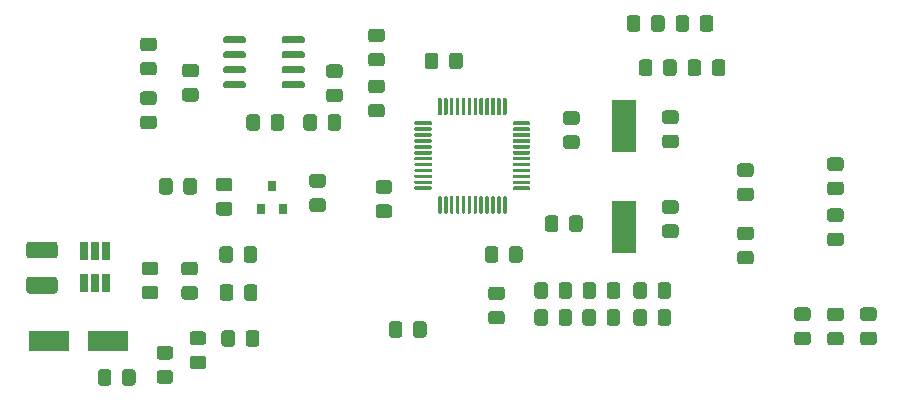
<source format=gbr>
%TF.GenerationSoftware,KiCad,Pcbnew,(5.1.6)-1*%
%TF.CreationDate,2020-09-24T00:50:10+03:00*%
%TF.ProjectId,freepdk,66726565-7064-46b2-9e6b-696361645f70,1.1.1*%
%TF.SameCoordinates,PX3c51298PY447eab0*%
%TF.FileFunction,Paste,Top*%
%TF.FilePolarity,Positive*%
%FSLAX46Y46*%
G04 Gerber Fmt 4.6, Leading zero omitted, Abs format (unit mm)*
G04 Created by KiCad (PCBNEW (5.1.6)-1) date 2020-09-24 00:50:10*
%MOMM*%
%LPD*%
G01*
G04 APERTURE LIST*
%ADD10R,2.000000X4.500000*%
%ADD11R,3.500000X1.800000*%
%ADD12R,0.650000X1.560000*%
%ADD13R,0.800000X0.900000*%
G04 APERTURE END LIST*
D10*
%TO.C,Y1*%
X53847000Y14994000D03*
X53847000Y23494000D03*
%TD*%
D11*
%TO.C,D1*%
X5160000Y5274000D03*
X10160000Y5274000D03*
%TD*%
%TO.C,F1*%
G36*
G01*
X15645000Y18850001D02*
X15645000Y17949999D01*
G75*
G02*
X15395001Y17700000I-249999J0D01*
G01*
X14744999Y17700000D01*
G75*
G02*
X14495000Y17949999I0J249999D01*
G01*
X14495000Y18850001D01*
G75*
G02*
X14744999Y19100000I249999J0D01*
G01*
X15395001Y19100000D01*
G75*
G02*
X15645000Y18850001I0J-249999D01*
G01*
G37*
G36*
G01*
X17695000Y18850001D02*
X17695000Y17949999D01*
G75*
G02*
X17445001Y17700000I-249999J0D01*
G01*
X16794999Y17700000D01*
G75*
G02*
X16545000Y17949999I0J249999D01*
G01*
X16545000Y18850001D01*
G75*
G02*
X16794999Y19100000I249999J0D01*
G01*
X17445001Y19100000D01*
G75*
G02*
X17695000Y18850001I0J-249999D01*
G01*
G37*
%TD*%
%TO.C,R1*%
G36*
G01*
X42601999Y7863000D02*
X43502001Y7863000D01*
G75*
G02*
X43752000Y7613001I0J-249999D01*
G01*
X43752000Y6962999D01*
G75*
G02*
X43502001Y6713000I-249999J0D01*
G01*
X42601999Y6713000D01*
G75*
G02*
X42352000Y6962999I0J249999D01*
G01*
X42352000Y7613001D01*
G75*
G02*
X42601999Y7863000I249999J0D01*
G01*
G37*
G36*
G01*
X42601999Y9913000D02*
X43502001Y9913000D01*
G75*
G02*
X43752000Y9663001I0J-249999D01*
G01*
X43752000Y9012999D01*
G75*
G02*
X43502001Y8763000I-249999J0D01*
G01*
X42601999Y8763000D01*
G75*
G02*
X42352000Y9012999I0J249999D01*
G01*
X42352000Y9663001D01*
G75*
G02*
X42601999Y9913000I249999J0D01*
G01*
G37*
%TD*%
%TO.C,U4*%
G36*
G01*
X24867000Y30651000D02*
X24867000Y30951000D01*
G75*
G02*
X25017000Y31101000I150000J0D01*
G01*
X26667000Y31101000D01*
G75*
G02*
X26817000Y30951000I0J-150000D01*
G01*
X26817000Y30651000D01*
G75*
G02*
X26667000Y30501000I-150000J0D01*
G01*
X25017000Y30501000D01*
G75*
G02*
X24867000Y30651000I0J150000D01*
G01*
G37*
G36*
G01*
X24867000Y29381000D02*
X24867000Y29681000D01*
G75*
G02*
X25017000Y29831000I150000J0D01*
G01*
X26667000Y29831000D01*
G75*
G02*
X26817000Y29681000I0J-150000D01*
G01*
X26817000Y29381000D01*
G75*
G02*
X26667000Y29231000I-150000J0D01*
G01*
X25017000Y29231000D01*
G75*
G02*
X24867000Y29381000I0J150000D01*
G01*
G37*
G36*
G01*
X24867000Y28111000D02*
X24867000Y28411000D01*
G75*
G02*
X25017000Y28561000I150000J0D01*
G01*
X26667000Y28561000D01*
G75*
G02*
X26817000Y28411000I0J-150000D01*
G01*
X26817000Y28111000D01*
G75*
G02*
X26667000Y27961000I-150000J0D01*
G01*
X25017000Y27961000D01*
G75*
G02*
X24867000Y28111000I0J150000D01*
G01*
G37*
G36*
G01*
X24867000Y26841000D02*
X24867000Y27141000D01*
G75*
G02*
X25017000Y27291000I150000J0D01*
G01*
X26667000Y27291000D01*
G75*
G02*
X26817000Y27141000I0J-150000D01*
G01*
X26817000Y26841000D01*
G75*
G02*
X26667000Y26691000I-150000J0D01*
G01*
X25017000Y26691000D01*
G75*
G02*
X24867000Y26841000I0J150000D01*
G01*
G37*
G36*
G01*
X19917000Y26841000D02*
X19917000Y27141000D01*
G75*
G02*
X20067000Y27291000I150000J0D01*
G01*
X21717000Y27291000D01*
G75*
G02*
X21867000Y27141000I0J-150000D01*
G01*
X21867000Y26841000D01*
G75*
G02*
X21717000Y26691000I-150000J0D01*
G01*
X20067000Y26691000D01*
G75*
G02*
X19917000Y26841000I0J150000D01*
G01*
G37*
G36*
G01*
X19917000Y28111000D02*
X19917000Y28411000D01*
G75*
G02*
X20067000Y28561000I150000J0D01*
G01*
X21717000Y28561000D01*
G75*
G02*
X21867000Y28411000I0J-150000D01*
G01*
X21867000Y28111000D01*
G75*
G02*
X21717000Y27961000I-150000J0D01*
G01*
X20067000Y27961000D01*
G75*
G02*
X19917000Y28111000I0J150000D01*
G01*
G37*
G36*
G01*
X19917000Y29381000D02*
X19917000Y29681000D01*
G75*
G02*
X20067000Y29831000I150000J0D01*
G01*
X21717000Y29831000D01*
G75*
G02*
X21867000Y29681000I0J-150000D01*
G01*
X21867000Y29381000D01*
G75*
G02*
X21717000Y29231000I-150000J0D01*
G01*
X20067000Y29231000D01*
G75*
G02*
X19917000Y29381000I0J150000D01*
G01*
G37*
G36*
G01*
X19917000Y30651000D02*
X19917000Y30951000D01*
G75*
G02*
X20067000Y31101000I150000J0D01*
G01*
X21717000Y31101000D01*
G75*
G02*
X21867000Y30951000I0J-150000D01*
G01*
X21867000Y30651000D01*
G75*
G02*
X21717000Y30501000I-150000J0D01*
G01*
X20067000Y30501000D01*
G75*
G02*
X19917000Y30651000I0J150000D01*
G01*
G37*
%TD*%
%TO.C,C2*%
G36*
G01*
X28360501Y18297000D02*
X27460499Y18297000D01*
G75*
G02*
X27210500Y18546999I0J249999D01*
G01*
X27210500Y19197001D01*
G75*
G02*
X27460499Y19447000I249999J0D01*
G01*
X28360501Y19447000D01*
G75*
G02*
X28610500Y19197001I0J-249999D01*
G01*
X28610500Y18546999D01*
G75*
G02*
X28360501Y18297000I-249999J0D01*
G01*
G37*
G36*
G01*
X28360501Y16247000D02*
X27460499Y16247000D01*
G75*
G02*
X27210500Y16496999I0J249999D01*
G01*
X27210500Y17147001D01*
G75*
G02*
X27460499Y17397000I249999J0D01*
G01*
X28360501Y17397000D01*
G75*
G02*
X28610500Y17147001I0J-249999D01*
G01*
X28610500Y16496999D01*
G75*
G02*
X28360501Y16247000I-249999J0D01*
G01*
G37*
%TD*%
%TO.C,R3*%
G36*
G01*
X14535999Y2843000D02*
X15436001Y2843000D01*
G75*
G02*
X15686000Y2593001I0J-249999D01*
G01*
X15686000Y1942999D01*
G75*
G02*
X15436001Y1693000I-249999J0D01*
G01*
X14535999Y1693000D01*
G75*
G02*
X14286000Y1942999I0J249999D01*
G01*
X14286000Y2593001D01*
G75*
G02*
X14535999Y2843000I249999J0D01*
G01*
G37*
G36*
G01*
X14535999Y4893000D02*
X15436001Y4893000D01*
G75*
G02*
X15686000Y4643001I0J-249999D01*
G01*
X15686000Y3992999D01*
G75*
G02*
X15436001Y3743000I-249999J0D01*
G01*
X14535999Y3743000D01*
G75*
G02*
X14286000Y3992999I0J249999D01*
G01*
X14286000Y4643001D01*
G75*
G02*
X14535999Y4893000I249999J0D01*
G01*
G37*
%TD*%
D12*
%TO.C,U3*%
X9079500Y12910500D03*
X8129500Y12910500D03*
X10029500Y12910500D03*
X10029500Y10210500D03*
X9079500Y10210500D03*
X8129500Y10210500D03*
%TD*%
D13*
%TO.C,U2*%
X24065500Y18466000D03*
X25015500Y16466000D03*
X23115500Y16466000D03*
%TD*%
%TO.C,U1*%
G36*
G01*
X43920000Y17500000D02*
X43920000Y16175000D01*
G75*
G02*
X43845000Y16100000I-75000J0D01*
G01*
X43695000Y16100000D01*
G75*
G02*
X43620000Y16175000I0J75000D01*
G01*
X43620000Y17500000D01*
G75*
G02*
X43695000Y17575000I75000J0D01*
G01*
X43845000Y17575000D01*
G75*
G02*
X43920000Y17500000I0J-75000D01*
G01*
G37*
G36*
G01*
X43420000Y17500000D02*
X43420000Y16175000D01*
G75*
G02*
X43345000Y16100000I-75000J0D01*
G01*
X43195000Y16100000D01*
G75*
G02*
X43120000Y16175000I0J75000D01*
G01*
X43120000Y17500000D01*
G75*
G02*
X43195000Y17575000I75000J0D01*
G01*
X43345000Y17575000D01*
G75*
G02*
X43420000Y17500000I0J-75000D01*
G01*
G37*
G36*
G01*
X42920000Y17500000D02*
X42920000Y16175000D01*
G75*
G02*
X42845000Y16100000I-75000J0D01*
G01*
X42695000Y16100000D01*
G75*
G02*
X42620000Y16175000I0J75000D01*
G01*
X42620000Y17500000D01*
G75*
G02*
X42695000Y17575000I75000J0D01*
G01*
X42845000Y17575000D01*
G75*
G02*
X42920000Y17500000I0J-75000D01*
G01*
G37*
G36*
G01*
X42420000Y17500000D02*
X42420000Y16175000D01*
G75*
G02*
X42345000Y16100000I-75000J0D01*
G01*
X42195000Y16100000D01*
G75*
G02*
X42120000Y16175000I0J75000D01*
G01*
X42120000Y17500000D01*
G75*
G02*
X42195000Y17575000I75000J0D01*
G01*
X42345000Y17575000D01*
G75*
G02*
X42420000Y17500000I0J-75000D01*
G01*
G37*
G36*
G01*
X41920000Y17500000D02*
X41920000Y16175000D01*
G75*
G02*
X41845000Y16100000I-75000J0D01*
G01*
X41695000Y16100000D01*
G75*
G02*
X41620000Y16175000I0J75000D01*
G01*
X41620000Y17500000D01*
G75*
G02*
X41695000Y17575000I75000J0D01*
G01*
X41845000Y17575000D01*
G75*
G02*
X41920000Y17500000I0J-75000D01*
G01*
G37*
G36*
G01*
X41420000Y17500000D02*
X41420000Y16175000D01*
G75*
G02*
X41345000Y16100000I-75000J0D01*
G01*
X41195000Y16100000D01*
G75*
G02*
X41120000Y16175000I0J75000D01*
G01*
X41120000Y17500000D01*
G75*
G02*
X41195000Y17575000I75000J0D01*
G01*
X41345000Y17575000D01*
G75*
G02*
X41420000Y17500000I0J-75000D01*
G01*
G37*
G36*
G01*
X40920000Y17500000D02*
X40920000Y16175000D01*
G75*
G02*
X40845000Y16100000I-75000J0D01*
G01*
X40695000Y16100000D01*
G75*
G02*
X40620000Y16175000I0J75000D01*
G01*
X40620000Y17500000D01*
G75*
G02*
X40695000Y17575000I75000J0D01*
G01*
X40845000Y17575000D01*
G75*
G02*
X40920000Y17500000I0J-75000D01*
G01*
G37*
G36*
G01*
X40420000Y17500000D02*
X40420000Y16175000D01*
G75*
G02*
X40345000Y16100000I-75000J0D01*
G01*
X40195000Y16100000D01*
G75*
G02*
X40120000Y16175000I0J75000D01*
G01*
X40120000Y17500000D01*
G75*
G02*
X40195000Y17575000I75000J0D01*
G01*
X40345000Y17575000D01*
G75*
G02*
X40420000Y17500000I0J-75000D01*
G01*
G37*
G36*
G01*
X39920000Y17500000D02*
X39920000Y16175000D01*
G75*
G02*
X39845000Y16100000I-75000J0D01*
G01*
X39695000Y16100000D01*
G75*
G02*
X39620000Y16175000I0J75000D01*
G01*
X39620000Y17500000D01*
G75*
G02*
X39695000Y17575000I75000J0D01*
G01*
X39845000Y17575000D01*
G75*
G02*
X39920000Y17500000I0J-75000D01*
G01*
G37*
G36*
G01*
X39420000Y17500000D02*
X39420000Y16175000D01*
G75*
G02*
X39345000Y16100000I-75000J0D01*
G01*
X39195000Y16100000D01*
G75*
G02*
X39120000Y16175000I0J75000D01*
G01*
X39120000Y17500000D01*
G75*
G02*
X39195000Y17575000I75000J0D01*
G01*
X39345000Y17575000D01*
G75*
G02*
X39420000Y17500000I0J-75000D01*
G01*
G37*
G36*
G01*
X38920000Y17500000D02*
X38920000Y16175000D01*
G75*
G02*
X38845000Y16100000I-75000J0D01*
G01*
X38695000Y16100000D01*
G75*
G02*
X38620000Y16175000I0J75000D01*
G01*
X38620000Y17500000D01*
G75*
G02*
X38695000Y17575000I75000J0D01*
G01*
X38845000Y17575000D01*
G75*
G02*
X38920000Y17500000I0J-75000D01*
G01*
G37*
G36*
G01*
X38420000Y17500000D02*
X38420000Y16175000D01*
G75*
G02*
X38345000Y16100000I-75000J0D01*
G01*
X38195000Y16100000D01*
G75*
G02*
X38120000Y16175000I0J75000D01*
G01*
X38120000Y17500000D01*
G75*
G02*
X38195000Y17575000I75000J0D01*
G01*
X38345000Y17575000D01*
G75*
G02*
X38420000Y17500000I0J-75000D01*
G01*
G37*
G36*
G01*
X37595000Y18325000D02*
X37595000Y18175000D01*
G75*
G02*
X37520000Y18100000I-75000J0D01*
G01*
X36195000Y18100000D01*
G75*
G02*
X36120000Y18175000I0J75000D01*
G01*
X36120000Y18325000D01*
G75*
G02*
X36195000Y18400000I75000J0D01*
G01*
X37520000Y18400000D01*
G75*
G02*
X37595000Y18325000I0J-75000D01*
G01*
G37*
G36*
G01*
X37595000Y18825000D02*
X37595000Y18675000D01*
G75*
G02*
X37520000Y18600000I-75000J0D01*
G01*
X36195000Y18600000D01*
G75*
G02*
X36120000Y18675000I0J75000D01*
G01*
X36120000Y18825000D01*
G75*
G02*
X36195000Y18900000I75000J0D01*
G01*
X37520000Y18900000D01*
G75*
G02*
X37595000Y18825000I0J-75000D01*
G01*
G37*
G36*
G01*
X37595000Y19325000D02*
X37595000Y19175000D01*
G75*
G02*
X37520000Y19100000I-75000J0D01*
G01*
X36195000Y19100000D01*
G75*
G02*
X36120000Y19175000I0J75000D01*
G01*
X36120000Y19325000D01*
G75*
G02*
X36195000Y19400000I75000J0D01*
G01*
X37520000Y19400000D01*
G75*
G02*
X37595000Y19325000I0J-75000D01*
G01*
G37*
G36*
G01*
X37595000Y19825000D02*
X37595000Y19675000D01*
G75*
G02*
X37520000Y19600000I-75000J0D01*
G01*
X36195000Y19600000D01*
G75*
G02*
X36120000Y19675000I0J75000D01*
G01*
X36120000Y19825000D01*
G75*
G02*
X36195000Y19900000I75000J0D01*
G01*
X37520000Y19900000D01*
G75*
G02*
X37595000Y19825000I0J-75000D01*
G01*
G37*
G36*
G01*
X37595000Y20325000D02*
X37595000Y20175000D01*
G75*
G02*
X37520000Y20100000I-75000J0D01*
G01*
X36195000Y20100000D01*
G75*
G02*
X36120000Y20175000I0J75000D01*
G01*
X36120000Y20325000D01*
G75*
G02*
X36195000Y20400000I75000J0D01*
G01*
X37520000Y20400000D01*
G75*
G02*
X37595000Y20325000I0J-75000D01*
G01*
G37*
G36*
G01*
X37595000Y20825000D02*
X37595000Y20675000D01*
G75*
G02*
X37520000Y20600000I-75000J0D01*
G01*
X36195000Y20600000D01*
G75*
G02*
X36120000Y20675000I0J75000D01*
G01*
X36120000Y20825000D01*
G75*
G02*
X36195000Y20900000I75000J0D01*
G01*
X37520000Y20900000D01*
G75*
G02*
X37595000Y20825000I0J-75000D01*
G01*
G37*
G36*
G01*
X37595000Y21325000D02*
X37595000Y21175000D01*
G75*
G02*
X37520000Y21100000I-75000J0D01*
G01*
X36195000Y21100000D01*
G75*
G02*
X36120000Y21175000I0J75000D01*
G01*
X36120000Y21325000D01*
G75*
G02*
X36195000Y21400000I75000J0D01*
G01*
X37520000Y21400000D01*
G75*
G02*
X37595000Y21325000I0J-75000D01*
G01*
G37*
G36*
G01*
X37595000Y21825000D02*
X37595000Y21675000D01*
G75*
G02*
X37520000Y21600000I-75000J0D01*
G01*
X36195000Y21600000D01*
G75*
G02*
X36120000Y21675000I0J75000D01*
G01*
X36120000Y21825000D01*
G75*
G02*
X36195000Y21900000I75000J0D01*
G01*
X37520000Y21900000D01*
G75*
G02*
X37595000Y21825000I0J-75000D01*
G01*
G37*
G36*
G01*
X37595000Y22325000D02*
X37595000Y22175000D01*
G75*
G02*
X37520000Y22100000I-75000J0D01*
G01*
X36195000Y22100000D01*
G75*
G02*
X36120000Y22175000I0J75000D01*
G01*
X36120000Y22325000D01*
G75*
G02*
X36195000Y22400000I75000J0D01*
G01*
X37520000Y22400000D01*
G75*
G02*
X37595000Y22325000I0J-75000D01*
G01*
G37*
G36*
G01*
X37595000Y22825000D02*
X37595000Y22675000D01*
G75*
G02*
X37520000Y22600000I-75000J0D01*
G01*
X36195000Y22600000D01*
G75*
G02*
X36120000Y22675000I0J75000D01*
G01*
X36120000Y22825000D01*
G75*
G02*
X36195000Y22900000I75000J0D01*
G01*
X37520000Y22900000D01*
G75*
G02*
X37595000Y22825000I0J-75000D01*
G01*
G37*
G36*
G01*
X37595000Y23325000D02*
X37595000Y23175000D01*
G75*
G02*
X37520000Y23100000I-75000J0D01*
G01*
X36195000Y23100000D01*
G75*
G02*
X36120000Y23175000I0J75000D01*
G01*
X36120000Y23325000D01*
G75*
G02*
X36195000Y23400000I75000J0D01*
G01*
X37520000Y23400000D01*
G75*
G02*
X37595000Y23325000I0J-75000D01*
G01*
G37*
G36*
G01*
X37595000Y23825000D02*
X37595000Y23675000D01*
G75*
G02*
X37520000Y23600000I-75000J0D01*
G01*
X36195000Y23600000D01*
G75*
G02*
X36120000Y23675000I0J75000D01*
G01*
X36120000Y23825000D01*
G75*
G02*
X36195000Y23900000I75000J0D01*
G01*
X37520000Y23900000D01*
G75*
G02*
X37595000Y23825000I0J-75000D01*
G01*
G37*
G36*
G01*
X38420000Y25825000D02*
X38420000Y24500000D01*
G75*
G02*
X38345000Y24425000I-75000J0D01*
G01*
X38195000Y24425000D01*
G75*
G02*
X38120000Y24500000I0J75000D01*
G01*
X38120000Y25825000D01*
G75*
G02*
X38195000Y25900000I75000J0D01*
G01*
X38345000Y25900000D01*
G75*
G02*
X38420000Y25825000I0J-75000D01*
G01*
G37*
G36*
G01*
X38920000Y25825000D02*
X38920000Y24500000D01*
G75*
G02*
X38845000Y24425000I-75000J0D01*
G01*
X38695000Y24425000D01*
G75*
G02*
X38620000Y24500000I0J75000D01*
G01*
X38620000Y25825000D01*
G75*
G02*
X38695000Y25900000I75000J0D01*
G01*
X38845000Y25900000D01*
G75*
G02*
X38920000Y25825000I0J-75000D01*
G01*
G37*
G36*
G01*
X39420000Y25825000D02*
X39420000Y24500000D01*
G75*
G02*
X39345000Y24425000I-75000J0D01*
G01*
X39195000Y24425000D01*
G75*
G02*
X39120000Y24500000I0J75000D01*
G01*
X39120000Y25825000D01*
G75*
G02*
X39195000Y25900000I75000J0D01*
G01*
X39345000Y25900000D01*
G75*
G02*
X39420000Y25825000I0J-75000D01*
G01*
G37*
G36*
G01*
X39920000Y25825000D02*
X39920000Y24500000D01*
G75*
G02*
X39845000Y24425000I-75000J0D01*
G01*
X39695000Y24425000D01*
G75*
G02*
X39620000Y24500000I0J75000D01*
G01*
X39620000Y25825000D01*
G75*
G02*
X39695000Y25900000I75000J0D01*
G01*
X39845000Y25900000D01*
G75*
G02*
X39920000Y25825000I0J-75000D01*
G01*
G37*
G36*
G01*
X40420000Y25825000D02*
X40420000Y24500000D01*
G75*
G02*
X40345000Y24425000I-75000J0D01*
G01*
X40195000Y24425000D01*
G75*
G02*
X40120000Y24500000I0J75000D01*
G01*
X40120000Y25825000D01*
G75*
G02*
X40195000Y25900000I75000J0D01*
G01*
X40345000Y25900000D01*
G75*
G02*
X40420000Y25825000I0J-75000D01*
G01*
G37*
G36*
G01*
X40920000Y25825000D02*
X40920000Y24500000D01*
G75*
G02*
X40845000Y24425000I-75000J0D01*
G01*
X40695000Y24425000D01*
G75*
G02*
X40620000Y24500000I0J75000D01*
G01*
X40620000Y25825000D01*
G75*
G02*
X40695000Y25900000I75000J0D01*
G01*
X40845000Y25900000D01*
G75*
G02*
X40920000Y25825000I0J-75000D01*
G01*
G37*
G36*
G01*
X41420000Y25825000D02*
X41420000Y24500000D01*
G75*
G02*
X41345000Y24425000I-75000J0D01*
G01*
X41195000Y24425000D01*
G75*
G02*
X41120000Y24500000I0J75000D01*
G01*
X41120000Y25825000D01*
G75*
G02*
X41195000Y25900000I75000J0D01*
G01*
X41345000Y25900000D01*
G75*
G02*
X41420000Y25825000I0J-75000D01*
G01*
G37*
G36*
G01*
X41920000Y25825000D02*
X41920000Y24500000D01*
G75*
G02*
X41845000Y24425000I-75000J0D01*
G01*
X41695000Y24425000D01*
G75*
G02*
X41620000Y24500000I0J75000D01*
G01*
X41620000Y25825000D01*
G75*
G02*
X41695000Y25900000I75000J0D01*
G01*
X41845000Y25900000D01*
G75*
G02*
X41920000Y25825000I0J-75000D01*
G01*
G37*
G36*
G01*
X42420000Y25825000D02*
X42420000Y24500000D01*
G75*
G02*
X42345000Y24425000I-75000J0D01*
G01*
X42195000Y24425000D01*
G75*
G02*
X42120000Y24500000I0J75000D01*
G01*
X42120000Y25825000D01*
G75*
G02*
X42195000Y25900000I75000J0D01*
G01*
X42345000Y25900000D01*
G75*
G02*
X42420000Y25825000I0J-75000D01*
G01*
G37*
G36*
G01*
X42920000Y25825000D02*
X42920000Y24500000D01*
G75*
G02*
X42845000Y24425000I-75000J0D01*
G01*
X42695000Y24425000D01*
G75*
G02*
X42620000Y24500000I0J75000D01*
G01*
X42620000Y25825000D01*
G75*
G02*
X42695000Y25900000I75000J0D01*
G01*
X42845000Y25900000D01*
G75*
G02*
X42920000Y25825000I0J-75000D01*
G01*
G37*
G36*
G01*
X43420000Y25825000D02*
X43420000Y24500000D01*
G75*
G02*
X43345000Y24425000I-75000J0D01*
G01*
X43195000Y24425000D01*
G75*
G02*
X43120000Y24500000I0J75000D01*
G01*
X43120000Y25825000D01*
G75*
G02*
X43195000Y25900000I75000J0D01*
G01*
X43345000Y25900000D01*
G75*
G02*
X43420000Y25825000I0J-75000D01*
G01*
G37*
G36*
G01*
X43920000Y25825000D02*
X43920000Y24500000D01*
G75*
G02*
X43845000Y24425000I-75000J0D01*
G01*
X43695000Y24425000D01*
G75*
G02*
X43620000Y24500000I0J75000D01*
G01*
X43620000Y25825000D01*
G75*
G02*
X43695000Y25900000I75000J0D01*
G01*
X43845000Y25900000D01*
G75*
G02*
X43920000Y25825000I0J-75000D01*
G01*
G37*
G36*
G01*
X45920000Y23825000D02*
X45920000Y23675000D01*
G75*
G02*
X45845000Y23600000I-75000J0D01*
G01*
X44520000Y23600000D01*
G75*
G02*
X44445000Y23675000I0J75000D01*
G01*
X44445000Y23825000D01*
G75*
G02*
X44520000Y23900000I75000J0D01*
G01*
X45845000Y23900000D01*
G75*
G02*
X45920000Y23825000I0J-75000D01*
G01*
G37*
G36*
G01*
X45920000Y23325000D02*
X45920000Y23175000D01*
G75*
G02*
X45845000Y23100000I-75000J0D01*
G01*
X44520000Y23100000D01*
G75*
G02*
X44445000Y23175000I0J75000D01*
G01*
X44445000Y23325000D01*
G75*
G02*
X44520000Y23400000I75000J0D01*
G01*
X45845000Y23400000D01*
G75*
G02*
X45920000Y23325000I0J-75000D01*
G01*
G37*
G36*
G01*
X45920000Y22825000D02*
X45920000Y22675000D01*
G75*
G02*
X45845000Y22600000I-75000J0D01*
G01*
X44520000Y22600000D01*
G75*
G02*
X44445000Y22675000I0J75000D01*
G01*
X44445000Y22825000D01*
G75*
G02*
X44520000Y22900000I75000J0D01*
G01*
X45845000Y22900000D01*
G75*
G02*
X45920000Y22825000I0J-75000D01*
G01*
G37*
G36*
G01*
X45920000Y22325000D02*
X45920000Y22175000D01*
G75*
G02*
X45845000Y22100000I-75000J0D01*
G01*
X44520000Y22100000D01*
G75*
G02*
X44445000Y22175000I0J75000D01*
G01*
X44445000Y22325000D01*
G75*
G02*
X44520000Y22400000I75000J0D01*
G01*
X45845000Y22400000D01*
G75*
G02*
X45920000Y22325000I0J-75000D01*
G01*
G37*
G36*
G01*
X45920000Y21825000D02*
X45920000Y21675000D01*
G75*
G02*
X45845000Y21600000I-75000J0D01*
G01*
X44520000Y21600000D01*
G75*
G02*
X44445000Y21675000I0J75000D01*
G01*
X44445000Y21825000D01*
G75*
G02*
X44520000Y21900000I75000J0D01*
G01*
X45845000Y21900000D01*
G75*
G02*
X45920000Y21825000I0J-75000D01*
G01*
G37*
G36*
G01*
X45920000Y21325000D02*
X45920000Y21175000D01*
G75*
G02*
X45845000Y21100000I-75000J0D01*
G01*
X44520000Y21100000D01*
G75*
G02*
X44445000Y21175000I0J75000D01*
G01*
X44445000Y21325000D01*
G75*
G02*
X44520000Y21400000I75000J0D01*
G01*
X45845000Y21400000D01*
G75*
G02*
X45920000Y21325000I0J-75000D01*
G01*
G37*
G36*
G01*
X45920000Y20825000D02*
X45920000Y20675000D01*
G75*
G02*
X45845000Y20600000I-75000J0D01*
G01*
X44520000Y20600000D01*
G75*
G02*
X44445000Y20675000I0J75000D01*
G01*
X44445000Y20825000D01*
G75*
G02*
X44520000Y20900000I75000J0D01*
G01*
X45845000Y20900000D01*
G75*
G02*
X45920000Y20825000I0J-75000D01*
G01*
G37*
G36*
G01*
X45920000Y20325000D02*
X45920000Y20175000D01*
G75*
G02*
X45845000Y20100000I-75000J0D01*
G01*
X44520000Y20100000D01*
G75*
G02*
X44445000Y20175000I0J75000D01*
G01*
X44445000Y20325000D01*
G75*
G02*
X44520000Y20400000I75000J0D01*
G01*
X45845000Y20400000D01*
G75*
G02*
X45920000Y20325000I0J-75000D01*
G01*
G37*
G36*
G01*
X45920000Y19825000D02*
X45920000Y19675000D01*
G75*
G02*
X45845000Y19600000I-75000J0D01*
G01*
X44520000Y19600000D01*
G75*
G02*
X44445000Y19675000I0J75000D01*
G01*
X44445000Y19825000D01*
G75*
G02*
X44520000Y19900000I75000J0D01*
G01*
X45845000Y19900000D01*
G75*
G02*
X45920000Y19825000I0J-75000D01*
G01*
G37*
G36*
G01*
X45920000Y19325000D02*
X45920000Y19175000D01*
G75*
G02*
X45845000Y19100000I-75000J0D01*
G01*
X44520000Y19100000D01*
G75*
G02*
X44445000Y19175000I0J75000D01*
G01*
X44445000Y19325000D01*
G75*
G02*
X44520000Y19400000I75000J0D01*
G01*
X45845000Y19400000D01*
G75*
G02*
X45920000Y19325000I0J-75000D01*
G01*
G37*
G36*
G01*
X45920000Y18825000D02*
X45920000Y18675000D01*
G75*
G02*
X45845000Y18600000I-75000J0D01*
G01*
X44520000Y18600000D01*
G75*
G02*
X44445000Y18675000I0J75000D01*
G01*
X44445000Y18825000D01*
G75*
G02*
X44520000Y18900000I75000J0D01*
G01*
X45845000Y18900000D01*
G75*
G02*
X45920000Y18825000I0J-75000D01*
G01*
G37*
G36*
G01*
X45920000Y18325000D02*
X45920000Y18175000D01*
G75*
G02*
X45845000Y18100000I-75000J0D01*
G01*
X44520000Y18100000D01*
G75*
G02*
X44445000Y18175000I0J75000D01*
G01*
X44445000Y18325000D01*
G75*
G02*
X44520000Y18400000I75000J0D01*
G01*
X45845000Y18400000D01*
G75*
G02*
X45920000Y18325000I0J-75000D01*
G01*
G37*
%TD*%
%TO.C,R24*%
G36*
G01*
X74998001Y7003000D02*
X74097999Y7003000D01*
G75*
G02*
X73848000Y7252999I0J249999D01*
G01*
X73848000Y7903001D01*
G75*
G02*
X74097999Y8153000I249999J0D01*
G01*
X74998001Y8153000D01*
G75*
G02*
X75248000Y7903001I0J-249999D01*
G01*
X75248000Y7252999D01*
G75*
G02*
X74998001Y7003000I-249999J0D01*
G01*
G37*
G36*
G01*
X74998001Y4953000D02*
X74097999Y4953000D01*
G75*
G02*
X73848000Y5202999I0J249999D01*
G01*
X73848000Y5853001D01*
G75*
G02*
X74097999Y6103000I249999J0D01*
G01*
X74998001Y6103000D01*
G75*
G02*
X75248000Y5853001I0J-249999D01*
G01*
X75248000Y5202999D01*
G75*
G02*
X74998001Y4953000I-249999J0D01*
G01*
G37*
%TD*%
%TO.C,R23*%
G36*
G01*
X72204001Y6985000D02*
X71303999Y6985000D01*
G75*
G02*
X71054000Y7234999I0J249999D01*
G01*
X71054000Y7885001D01*
G75*
G02*
X71303999Y8135000I249999J0D01*
G01*
X72204001Y8135000D01*
G75*
G02*
X72454000Y7885001I0J-249999D01*
G01*
X72454000Y7234999D01*
G75*
G02*
X72204001Y6985000I-249999J0D01*
G01*
G37*
G36*
G01*
X72204001Y4935000D02*
X71303999Y4935000D01*
G75*
G02*
X71054000Y5184999I0J249999D01*
G01*
X71054000Y5835001D01*
G75*
G02*
X71303999Y6085000I249999J0D01*
G01*
X72204001Y6085000D01*
G75*
G02*
X72454000Y5835001I0J-249999D01*
G01*
X72454000Y5184999D01*
G75*
G02*
X72204001Y4935000I-249999J0D01*
G01*
G37*
%TD*%
%TO.C,R22*%
G36*
G01*
X72204001Y19703000D02*
X71303999Y19703000D01*
G75*
G02*
X71054000Y19952999I0J249999D01*
G01*
X71054000Y20603001D01*
G75*
G02*
X71303999Y20853000I249999J0D01*
G01*
X72204001Y20853000D01*
G75*
G02*
X72454000Y20603001I0J-249999D01*
G01*
X72454000Y19952999D01*
G75*
G02*
X72204001Y19703000I-249999J0D01*
G01*
G37*
G36*
G01*
X72204001Y17653000D02*
X71303999Y17653000D01*
G75*
G02*
X71054000Y17902999I0J249999D01*
G01*
X71054000Y18553001D01*
G75*
G02*
X71303999Y18803000I249999J0D01*
G01*
X72204001Y18803000D01*
G75*
G02*
X72454000Y18553001I0J-249999D01*
G01*
X72454000Y17902999D01*
G75*
G02*
X72204001Y17653000I-249999J0D01*
G01*
G37*
%TD*%
%TO.C,R21*%
G36*
G01*
X69410001Y7003000D02*
X68509999Y7003000D01*
G75*
G02*
X68260000Y7252999I0J249999D01*
G01*
X68260000Y7903001D01*
G75*
G02*
X68509999Y8153000I249999J0D01*
G01*
X69410001Y8153000D01*
G75*
G02*
X69660000Y7903001I0J-249999D01*
G01*
X69660000Y7252999D01*
G75*
G02*
X69410001Y7003000I-249999J0D01*
G01*
G37*
G36*
G01*
X69410001Y4953000D02*
X68509999Y4953000D01*
G75*
G02*
X68260000Y5202999I0J249999D01*
G01*
X68260000Y5853001D01*
G75*
G02*
X68509999Y6103000I249999J0D01*
G01*
X69410001Y6103000D01*
G75*
G02*
X69660000Y5853001I0J-249999D01*
G01*
X69660000Y5202999D01*
G75*
G02*
X69410001Y4953000I-249999J0D01*
G01*
G37*
%TD*%
%TO.C,R20*%
G36*
G01*
X72204001Y15385000D02*
X71303999Y15385000D01*
G75*
G02*
X71054000Y15634999I0J249999D01*
G01*
X71054000Y16285001D01*
G75*
G02*
X71303999Y16535000I249999J0D01*
G01*
X72204001Y16535000D01*
G75*
G02*
X72454000Y16285001I0J-249999D01*
G01*
X72454000Y15634999D01*
G75*
G02*
X72204001Y15385000I-249999J0D01*
G01*
G37*
G36*
G01*
X72204001Y13335000D02*
X71303999Y13335000D01*
G75*
G02*
X71054000Y13584999I0J249999D01*
G01*
X71054000Y14235001D01*
G75*
G02*
X71303999Y14485000I249999J0D01*
G01*
X72204001Y14485000D01*
G75*
G02*
X72454000Y14235001I0J-249999D01*
G01*
X72454000Y13584999D01*
G75*
G02*
X72204001Y13335000I-249999J0D01*
G01*
G37*
%TD*%
%TO.C,R19*%
G36*
G01*
X59375000Y32648001D02*
X59375000Y31747999D01*
G75*
G02*
X59125001Y31498000I-249999J0D01*
G01*
X58474999Y31498000D01*
G75*
G02*
X58225000Y31747999I0J249999D01*
G01*
X58225000Y32648001D01*
G75*
G02*
X58474999Y32898000I249999J0D01*
G01*
X59125001Y32898000D01*
G75*
G02*
X59375000Y32648001I0J-249999D01*
G01*
G37*
G36*
G01*
X61425000Y32648001D02*
X61425000Y31747999D01*
G75*
G02*
X61175001Y31498000I-249999J0D01*
G01*
X60524999Y31498000D01*
G75*
G02*
X60275000Y31747999I0J249999D01*
G01*
X60275000Y32648001D01*
G75*
G02*
X60524999Y32898000I249999J0D01*
G01*
X61175001Y32898000D01*
G75*
G02*
X61425000Y32648001I0J-249999D01*
G01*
G37*
%TD*%
%TO.C,R18*%
G36*
G01*
X55247500Y32648001D02*
X55247500Y31747999D01*
G75*
G02*
X54997501Y31498000I-249999J0D01*
G01*
X54347499Y31498000D01*
G75*
G02*
X54097500Y31747999I0J249999D01*
G01*
X54097500Y32648001D01*
G75*
G02*
X54347499Y32898000I249999J0D01*
G01*
X54997501Y32898000D01*
G75*
G02*
X55247500Y32648001I0J-249999D01*
G01*
G37*
G36*
G01*
X57297500Y32648001D02*
X57297500Y31747999D01*
G75*
G02*
X57047501Y31498000I-249999J0D01*
G01*
X56397499Y31498000D01*
G75*
G02*
X56147500Y31747999I0J249999D01*
G01*
X56147500Y32648001D01*
G75*
G02*
X56397499Y32898000I249999J0D01*
G01*
X57047501Y32898000D01*
G75*
G02*
X57297500Y32648001I0J-249999D01*
G01*
G37*
%TD*%
%TO.C,R17*%
G36*
G01*
X60391000Y28901501D02*
X60391000Y28001499D01*
G75*
G02*
X60141001Y27751500I-249999J0D01*
G01*
X59490999Y27751500D01*
G75*
G02*
X59241000Y28001499I0J249999D01*
G01*
X59241000Y28901501D01*
G75*
G02*
X59490999Y29151500I249999J0D01*
G01*
X60141001Y29151500D01*
G75*
G02*
X60391000Y28901501I0J-249999D01*
G01*
G37*
G36*
G01*
X62441000Y28901501D02*
X62441000Y28001499D01*
G75*
G02*
X62191001Y27751500I-249999J0D01*
G01*
X61540999Y27751500D01*
G75*
G02*
X61291000Y28001499I0J249999D01*
G01*
X61291000Y28901501D01*
G75*
G02*
X61540999Y29151500I249999J0D01*
G01*
X62191001Y29151500D01*
G75*
G02*
X62441000Y28901501I0J-249999D01*
G01*
G37*
%TD*%
%TO.C,R16*%
G36*
G01*
X56263500Y28901501D02*
X56263500Y28001499D01*
G75*
G02*
X56013501Y27751500I-249999J0D01*
G01*
X55363499Y27751500D01*
G75*
G02*
X55113500Y28001499I0J249999D01*
G01*
X55113500Y28901501D01*
G75*
G02*
X55363499Y29151500I249999J0D01*
G01*
X56013501Y29151500D01*
G75*
G02*
X56263500Y28901501I0J-249999D01*
G01*
G37*
G36*
G01*
X58313500Y28901501D02*
X58313500Y28001499D01*
G75*
G02*
X58063501Y27751500I-249999J0D01*
G01*
X57413499Y27751500D01*
G75*
G02*
X57163500Y28001499I0J249999D01*
G01*
X57163500Y28901501D01*
G75*
G02*
X57413499Y29151500I249999J0D01*
G01*
X58063501Y29151500D01*
G75*
G02*
X58313500Y28901501I0J-249999D01*
G01*
G37*
%TD*%
%TO.C,R15*%
G36*
G01*
X32441999Y29707000D02*
X33342001Y29707000D01*
G75*
G02*
X33592000Y29457001I0J-249999D01*
G01*
X33592000Y28806999D01*
G75*
G02*
X33342001Y28557000I-249999J0D01*
G01*
X32441999Y28557000D01*
G75*
G02*
X32192000Y28806999I0J249999D01*
G01*
X32192000Y29457001D01*
G75*
G02*
X32441999Y29707000I249999J0D01*
G01*
G37*
G36*
G01*
X32441999Y31757000D02*
X33342001Y31757000D01*
G75*
G02*
X33592000Y31507001I0J-249999D01*
G01*
X33592000Y30856999D01*
G75*
G02*
X33342001Y30607000I-249999J0D01*
G01*
X32441999Y30607000D01*
G75*
G02*
X32192000Y30856999I0J249999D01*
G01*
X32192000Y31507001D01*
G75*
G02*
X32441999Y31757000I249999J0D01*
G01*
G37*
%TD*%
%TO.C,R14*%
G36*
G01*
X32441999Y25389000D02*
X33342001Y25389000D01*
G75*
G02*
X33592000Y25139001I0J-249999D01*
G01*
X33592000Y24488999D01*
G75*
G02*
X33342001Y24239000I-249999J0D01*
G01*
X32441999Y24239000D01*
G75*
G02*
X32192000Y24488999I0J249999D01*
G01*
X32192000Y25139001D01*
G75*
G02*
X32441999Y25389000I249999J0D01*
G01*
G37*
G36*
G01*
X32441999Y27439000D02*
X33342001Y27439000D01*
G75*
G02*
X33592000Y27189001I0J-249999D01*
G01*
X33592000Y26538999D01*
G75*
G02*
X33342001Y26289000I-249999J0D01*
G01*
X32441999Y26289000D01*
G75*
G02*
X32192000Y26538999I0J249999D01*
G01*
X32192000Y27189001D01*
G75*
G02*
X32441999Y27439000I249999J0D01*
G01*
G37*
%TD*%
%TO.C,R13*%
G36*
G01*
X28885999Y26677000D02*
X29786001Y26677000D01*
G75*
G02*
X30036000Y26427001I0J-249999D01*
G01*
X30036000Y25776999D01*
G75*
G02*
X29786001Y25527000I-249999J0D01*
G01*
X28885999Y25527000D01*
G75*
G02*
X28636000Y25776999I0J249999D01*
G01*
X28636000Y26427001D01*
G75*
G02*
X28885999Y26677000I249999J0D01*
G01*
G37*
G36*
G01*
X28885999Y28727000D02*
X29786001Y28727000D01*
G75*
G02*
X30036000Y28477001I0J-249999D01*
G01*
X30036000Y27826999D01*
G75*
G02*
X29786001Y27577000I-249999J0D01*
G01*
X28885999Y27577000D01*
G75*
G02*
X28636000Y27826999I0J249999D01*
G01*
X28636000Y28477001D01*
G75*
G02*
X28885999Y28727000I249999J0D01*
G01*
G37*
%TD*%
%TO.C,R12*%
G36*
G01*
X13137999Y28945000D02*
X14038001Y28945000D01*
G75*
G02*
X14288000Y28695001I0J-249999D01*
G01*
X14288000Y28044999D01*
G75*
G02*
X14038001Y27795000I-249999J0D01*
G01*
X13137999Y27795000D01*
G75*
G02*
X12888000Y28044999I0J249999D01*
G01*
X12888000Y28695001D01*
G75*
G02*
X13137999Y28945000I249999J0D01*
G01*
G37*
G36*
G01*
X13137999Y30995000D02*
X14038001Y30995000D01*
G75*
G02*
X14288000Y30745001I0J-249999D01*
G01*
X14288000Y30094999D01*
G75*
G02*
X14038001Y29845000I-249999J0D01*
G01*
X13137999Y29845000D01*
G75*
G02*
X12888000Y30094999I0J249999D01*
G01*
X12888000Y30745001D01*
G75*
G02*
X13137999Y30995000I249999J0D01*
G01*
G37*
%TD*%
%TO.C,R11*%
G36*
G01*
X13137999Y24391000D02*
X14038001Y24391000D01*
G75*
G02*
X14288000Y24141001I0J-249999D01*
G01*
X14288000Y23490999D01*
G75*
G02*
X14038001Y23241000I-249999J0D01*
G01*
X13137999Y23241000D01*
G75*
G02*
X12888000Y23490999I0J249999D01*
G01*
X12888000Y24141001D01*
G75*
G02*
X13137999Y24391000I249999J0D01*
G01*
G37*
G36*
G01*
X13137999Y26441000D02*
X14038001Y26441000D01*
G75*
G02*
X14288000Y26191001I0J-249999D01*
G01*
X14288000Y25540999D01*
G75*
G02*
X14038001Y25291000I-249999J0D01*
G01*
X13137999Y25291000D01*
G75*
G02*
X12888000Y25540999I0J249999D01*
G01*
X12888000Y26191001D01*
G75*
G02*
X13137999Y26441000I249999J0D01*
G01*
G37*
%TD*%
%TO.C,R10*%
G36*
G01*
X16693999Y26737000D02*
X17594001Y26737000D01*
G75*
G02*
X17844000Y26487001I0J-249999D01*
G01*
X17844000Y25836999D01*
G75*
G02*
X17594001Y25587000I-249999J0D01*
G01*
X16693999Y25587000D01*
G75*
G02*
X16444000Y25836999I0J249999D01*
G01*
X16444000Y26487001D01*
G75*
G02*
X16693999Y26737000I249999J0D01*
G01*
G37*
G36*
G01*
X16693999Y28787000D02*
X17594001Y28787000D01*
G75*
G02*
X17844000Y28537001I0J-249999D01*
G01*
X17844000Y27886999D01*
G75*
G02*
X17594001Y27637000I-249999J0D01*
G01*
X16693999Y27637000D01*
G75*
G02*
X16444000Y27886999I0J249999D01*
G01*
X16444000Y28537001D01*
G75*
G02*
X16693999Y28787000I249999J0D01*
G01*
G37*
%TD*%
%TO.C,R9*%
G36*
G01*
X21649000Y12189999D02*
X21649000Y13090001D01*
G75*
G02*
X21898999Y13340000I249999J0D01*
G01*
X22549001Y13340000D01*
G75*
G02*
X22799000Y13090001I0J-249999D01*
G01*
X22799000Y12189999D01*
G75*
G02*
X22549001Y11940000I-249999J0D01*
G01*
X21898999Y11940000D01*
G75*
G02*
X21649000Y12189999I0J249999D01*
G01*
G37*
G36*
G01*
X19599000Y12189999D02*
X19599000Y13090001D01*
G75*
G02*
X19848999Y13340000I249999J0D01*
G01*
X20499001Y13340000D01*
G75*
G02*
X20749000Y13090001I0J-249999D01*
G01*
X20749000Y12189999D01*
G75*
G02*
X20499001Y11940000I-249999J0D01*
G01*
X19848999Y11940000D01*
G75*
G02*
X19599000Y12189999I0J249999D01*
G01*
G37*
%TD*%
%TO.C,R8*%
G36*
G01*
X56701000Y6855999D02*
X56701000Y7756001D01*
G75*
G02*
X56950999Y8006000I249999J0D01*
G01*
X57601001Y8006000D01*
G75*
G02*
X57851000Y7756001I0J-249999D01*
G01*
X57851000Y6855999D01*
G75*
G02*
X57601001Y6606000I-249999J0D01*
G01*
X56950999Y6606000D01*
G75*
G02*
X56701000Y6855999I0J249999D01*
G01*
G37*
G36*
G01*
X54651000Y6855999D02*
X54651000Y7756001D01*
G75*
G02*
X54900999Y8006000I249999J0D01*
G01*
X55551001Y8006000D01*
G75*
G02*
X55801000Y7756001I0J-249999D01*
G01*
X55801000Y6855999D01*
G75*
G02*
X55551001Y6606000I-249999J0D01*
G01*
X54900999Y6606000D01*
G75*
G02*
X54651000Y6855999I0J249999D01*
G01*
G37*
%TD*%
%TO.C,R7*%
G36*
G01*
X52383000Y6855999D02*
X52383000Y7756001D01*
G75*
G02*
X52632999Y8006000I249999J0D01*
G01*
X53283001Y8006000D01*
G75*
G02*
X53533000Y7756001I0J-249999D01*
G01*
X53533000Y6855999D01*
G75*
G02*
X53283001Y6606000I-249999J0D01*
G01*
X52632999Y6606000D01*
G75*
G02*
X52383000Y6855999I0J249999D01*
G01*
G37*
G36*
G01*
X50333000Y6855999D02*
X50333000Y7756001D01*
G75*
G02*
X50582999Y8006000I249999J0D01*
G01*
X51233001Y8006000D01*
G75*
G02*
X51483000Y7756001I0J-249999D01*
G01*
X51483000Y6855999D01*
G75*
G02*
X51233001Y6606000I-249999J0D01*
G01*
X50582999Y6606000D01*
G75*
G02*
X50333000Y6855999I0J249999D01*
G01*
G37*
%TD*%
%TO.C,R6*%
G36*
G01*
X48319000Y6855999D02*
X48319000Y7756001D01*
G75*
G02*
X48568999Y8006000I249999J0D01*
G01*
X49219001Y8006000D01*
G75*
G02*
X49469000Y7756001I0J-249999D01*
G01*
X49469000Y6855999D01*
G75*
G02*
X49219001Y6606000I-249999J0D01*
G01*
X48568999Y6606000D01*
G75*
G02*
X48319000Y6855999I0J249999D01*
G01*
G37*
G36*
G01*
X46269000Y6855999D02*
X46269000Y7756001D01*
G75*
G02*
X46518999Y8006000I249999J0D01*
G01*
X47169001Y8006000D01*
G75*
G02*
X47419000Y7756001I0J-249999D01*
G01*
X47419000Y6855999D01*
G75*
G02*
X47169001Y6606000I-249999J0D01*
G01*
X46518999Y6606000D01*
G75*
G02*
X46269000Y6855999I0J249999D01*
G01*
G37*
%TD*%
%TO.C,R5*%
G36*
G01*
X35100000Y6740001D02*
X35100000Y5839999D01*
G75*
G02*
X34850001Y5590000I-249999J0D01*
G01*
X34199999Y5590000D01*
G75*
G02*
X33950000Y5839999I0J249999D01*
G01*
X33950000Y6740001D01*
G75*
G02*
X34199999Y6990000I249999J0D01*
G01*
X34850001Y6990000D01*
G75*
G02*
X35100000Y6740001I0J-249999D01*
G01*
G37*
G36*
G01*
X37150000Y6740001D02*
X37150000Y5839999D01*
G75*
G02*
X36900001Y5590000I-249999J0D01*
G01*
X36249999Y5590000D01*
G75*
G02*
X36000000Y5839999I0J249999D01*
G01*
X36000000Y6740001D01*
G75*
G02*
X36249999Y6990000I249999J0D01*
G01*
X36900001Y6990000D01*
G75*
G02*
X37150000Y6740001I0J-249999D01*
G01*
G37*
%TD*%
%TO.C,R4*%
G36*
G01*
X10463000Y2676001D02*
X10463000Y1775999D01*
G75*
G02*
X10213001Y1526000I-249999J0D01*
G01*
X9562999Y1526000D01*
G75*
G02*
X9313000Y1775999I0J249999D01*
G01*
X9313000Y2676001D01*
G75*
G02*
X9562999Y2926000I249999J0D01*
G01*
X10213001Y2926000D01*
G75*
G02*
X10463000Y2676001I0J-249999D01*
G01*
G37*
G36*
G01*
X12513000Y2676001D02*
X12513000Y1775999D01*
G75*
G02*
X12263001Y1526000I-249999J0D01*
G01*
X11612999Y1526000D01*
G75*
G02*
X11363000Y1775999I0J249999D01*
G01*
X11363000Y2676001D01*
G75*
G02*
X11612999Y2926000I249999J0D01*
G01*
X12263001Y2926000D01*
G75*
G02*
X12513000Y2676001I0J-249999D01*
G01*
G37*
%TD*%
%TO.C,L1*%
G36*
G01*
X3497000Y10749000D02*
X5647000Y10749000D01*
G75*
G02*
X5897000Y10499000I0J-250000D01*
G01*
X5897000Y9574000D01*
G75*
G02*
X5647000Y9324000I-250000J0D01*
G01*
X3497000Y9324000D01*
G75*
G02*
X3247000Y9574000I0J250000D01*
G01*
X3247000Y10499000D01*
G75*
G02*
X3497000Y10749000I250000J0D01*
G01*
G37*
G36*
G01*
X3497000Y13724000D02*
X5647000Y13724000D01*
G75*
G02*
X5897000Y13474000I0J-250000D01*
G01*
X5897000Y12549000D01*
G75*
G02*
X5647000Y12299000I-250000J0D01*
G01*
X3497000Y12299000D01*
G75*
G02*
X3247000Y12549000I0J250000D01*
G01*
X3247000Y13474000D01*
G75*
G02*
X3497000Y13724000I250000J0D01*
G01*
G37*
%TD*%
%TO.C,D4*%
G36*
G01*
X56701000Y9141999D02*
X56701000Y10042001D01*
G75*
G02*
X56950999Y10292000I249999J0D01*
G01*
X57601001Y10292000D01*
G75*
G02*
X57851000Y10042001I0J-249999D01*
G01*
X57851000Y9141999D01*
G75*
G02*
X57601001Y8892000I-249999J0D01*
G01*
X56950999Y8892000D01*
G75*
G02*
X56701000Y9141999I0J249999D01*
G01*
G37*
G36*
G01*
X54651000Y9141999D02*
X54651000Y10042001D01*
G75*
G02*
X54900999Y10292000I249999J0D01*
G01*
X55551001Y10292000D01*
G75*
G02*
X55801000Y10042001I0J-249999D01*
G01*
X55801000Y9141999D01*
G75*
G02*
X55551001Y8892000I-249999J0D01*
G01*
X54900999Y8892000D01*
G75*
G02*
X54651000Y9141999I0J249999D01*
G01*
G37*
%TD*%
%TO.C,D3*%
G36*
G01*
X52401000Y9141999D02*
X52401000Y10042001D01*
G75*
G02*
X52650999Y10292000I249999J0D01*
G01*
X53301001Y10292000D01*
G75*
G02*
X53551000Y10042001I0J-249999D01*
G01*
X53551000Y9141999D01*
G75*
G02*
X53301001Y8892000I-249999J0D01*
G01*
X52650999Y8892000D01*
G75*
G02*
X52401000Y9141999I0J249999D01*
G01*
G37*
G36*
G01*
X50351000Y9141999D02*
X50351000Y10042001D01*
G75*
G02*
X50600999Y10292000I249999J0D01*
G01*
X51251001Y10292000D01*
G75*
G02*
X51501000Y10042001I0J-249999D01*
G01*
X51501000Y9141999D01*
G75*
G02*
X51251001Y8892000I-249999J0D01*
G01*
X50600999Y8892000D01*
G75*
G02*
X50351000Y9141999I0J249999D01*
G01*
G37*
%TD*%
%TO.C,D2*%
G36*
G01*
X48319000Y9141999D02*
X48319000Y10042001D01*
G75*
G02*
X48568999Y10292000I249999J0D01*
G01*
X49219001Y10292000D01*
G75*
G02*
X49469000Y10042001I0J-249999D01*
G01*
X49469000Y9141999D01*
G75*
G02*
X49219001Y8892000I-249999J0D01*
G01*
X48568999Y8892000D01*
G75*
G02*
X48319000Y9141999I0J249999D01*
G01*
G37*
G36*
G01*
X46269000Y9141999D02*
X46269000Y10042001D01*
G75*
G02*
X46518999Y10292000I249999J0D01*
G01*
X47169001Y10292000D01*
G75*
G02*
X47419000Y10042001I0J-249999D01*
G01*
X47419000Y9141999D01*
G75*
G02*
X47169001Y8892000I-249999J0D01*
G01*
X46518999Y8892000D01*
G75*
G02*
X46269000Y9141999I0J249999D01*
G01*
G37*
%TD*%
%TO.C,C6-2*%
G36*
G01*
X20776940Y9856581D02*
X20776940Y8956579D01*
G75*
G02*
X20526941Y8706580I-249999J0D01*
G01*
X19876939Y8706580D01*
G75*
G02*
X19626940Y8956579I0J249999D01*
G01*
X19626940Y9856581D01*
G75*
G02*
X19876939Y10106580I249999J0D01*
G01*
X20526941Y10106580D01*
G75*
G02*
X20776940Y9856581I0J-249999D01*
G01*
G37*
G36*
G01*
X22826940Y9856581D02*
X22826940Y8956579D01*
G75*
G02*
X22576941Y8706580I-249999J0D01*
G01*
X21926939Y8706580D01*
G75*
G02*
X21676940Y8956579I0J249999D01*
G01*
X21676940Y9856581D01*
G75*
G02*
X21926939Y10106580I249999J0D01*
G01*
X22576941Y10106580D01*
G75*
G02*
X22826940Y9856581I0J-249999D01*
G01*
G37*
%TD*%
%TO.C,C6-1*%
G36*
G01*
X20929340Y5978001D02*
X20929340Y5077999D01*
G75*
G02*
X20679341Y4828000I-249999J0D01*
G01*
X20029339Y4828000D01*
G75*
G02*
X19779340Y5077999I0J249999D01*
G01*
X19779340Y5978001D01*
G75*
G02*
X20029339Y6228000I249999J0D01*
G01*
X20679341Y6228000D01*
G75*
G02*
X20929340Y5978001I0J-249999D01*
G01*
G37*
G36*
G01*
X22979340Y5978001D02*
X22979340Y5077999D01*
G75*
G02*
X22729341Y4828000I-249999J0D01*
G01*
X22079339Y4828000D01*
G75*
G02*
X21829340Y5077999I0J249999D01*
G01*
X21829340Y5978001D01*
G75*
G02*
X22079339Y6228000I249999J0D01*
G01*
X22729341Y6228000D01*
G75*
G02*
X22979340Y5978001I0J-249999D01*
G01*
G37*
%TD*%
%TO.C,C17*%
G36*
G01*
X64584001Y13843000D02*
X63683999Y13843000D01*
G75*
G02*
X63434000Y14092999I0J249999D01*
G01*
X63434000Y14743001D01*
G75*
G02*
X63683999Y14993000I249999J0D01*
G01*
X64584001Y14993000D01*
G75*
G02*
X64834000Y14743001I0J-249999D01*
G01*
X64834000Y14092999D01*
G75*
G02*
X64584001Y13843000I-249999J0D01*
G01*
G37*
G36*
G01*
X64584001Y11793000D02*
X63683999Y11793000D01*
G75*
G02*
X63434000Y12042999I0J249999D01*
G01*
X63434000Y12693001D01*
G75*
G02*
X63683999Y12943000I249999J0D01*
G01*
X64584001Y12943000D01*
G75*
G02*
X64834000Y12693001I0J-249999D01*
G01*
X64834000Y12042999D01*
G75*
G02*
X64584001Y11793000I-249999J0D01*
G01*
G37*
%TD*%
%TO.C,C16*%
G36*
G01*
X63683999Y18295000D02*
X64584001Y18295000D01*
G75*
G02*
X64834000Y18045001I0J-249999D01*
G01*
X64834000Y17394999D01*
G75*
G02*
X64584001Y17145000I-249999J0D01*
G01*
X63683999Y17145000D01*
G75*
G02*
X63434000Y17394999I0J249999D01*
G01*
X63434000Y18045001D01*
G75*
G02*
X63683999Y18295000I249999J0D01*
G01*
G37*
G36*
G01*
X63683999Y20345000D02*
X64584001Y20345000D01*
G75*
G02*
X64834000Y20095001I0J-249999D01*
G01*
X64834000Y19444999D01*
G75*
G02*
X64584001Y19195000I-249999J0D01*
G01*
X63683999Y19195000D01*
G75*
G02*
X63434000Y19444999I0J249999D01*
G01*
X63434000Y20095001D01*
G75*
G02*
X63683999Y20345000I249999J0D01*
G01*
G37*
%TD*%
%TO.C,C15*%
G36*
G01*
X28761000Y23365999D02*
X28761000Y24266001D01*
G75*
G02*
X29010999Y24516000I249999J0D01*
G01*
X29661001Y24516000D01*
G75*
G02*
X29911000Y24266001I0J-249999D01*
G01*
X29911000Y23365999D01*
G75*
G02*
X29661001Y23116000I-249999J0D01*
G01*
X29010999Y23116000D01*
G75*
G02*
X28761000Y23365999I0J249999D01*
G01*
G37*
G36*
G01*
X26711000Y23365999D02*
X26711000Y24266001D01*
G75*
G02*
X26960999Y24516000I249999J0D01*
G01*
X27611001Y24516000D01*
G75*
G02*
X27861000Y24266001I0J-249999D01*
G01*
X27861000Y23365999D01*
G75*
G02*
X27611001Y23116000I-249999J0D01*
G01*
X26960999Y23116000D01*
G75*
G02*
X26711000Y23365999I0J249999D01*
G01*
G37*
%TD*%
%TO.C,C14*%
G36*
G01*
X23035000Y24266001D02*
X23035000Y23365999D01*
G75*
G02*
X22785001Y23116000I-249999J0D01*
G01*
X22134999Y23116000D01*
G75*
G02*
X21885000Y23365999I0J249999D01*
G01*
X21885000Y24266001D01*
G75*
G02*
X22134999Y24516000I249999J0D01*
G01*
X22785001Y24516000D01*
G75*
G02*
X23035000Y24266001I0J-249999D01*
G01*
G37*
G36*
G01*
X25085000Y24266001D02*
X25085000Y23365999D01*
G75*
G02*
X24835001Y23116000I-249999J0D01*
G01*
X24184999Y23116000D01*
G75*
G02*
X23935000Y23365999I0J249999D01*
G01*
X23935000Y24266001D01*
G75*
G02*
X24184999Y24516000I249999J0D01*
G01*
X24835001Y24516000D01*
G75*
G02*
X25085000Y24266001I0J-249999D01*
G01*
G37*
%TD*%
%TO.C,C13*%
G36*
G01*
X48951999Y22722000D02*
X49852001Y22722000D01*
G75*
G02*
X50102000Y22472001I0J-249999D01*
G01*
X50102000Y21821999D01*
G75*
G02*
X49852001Y21572000I-249999J0D01*
G01*
X48951999Y21572000D01*
G75*
G02*
X48702000Y21821999I0J249999D01*
G01*
X48702000Y22472001D01*
G75*
G02*
X48951999Y22722000I249999J0D01*
G01*
G37*
G36*
G01*
X48951999Y24772000D02*
X49852001Y24772000D01*
G75*
G02*
X50102000Y24522001I0J-249999D01*
G01*
X50102000Y23871999D01*
G75*
G02*
X49852001Y23622000I-249999J0D01*
G01*
X48951999Y23622000D01*
G75*
G02*
X48702000Y23871999I0J249999D01*
G01*
X48702000Y24522001D01*
G75*
G02*
X48951999Y24772000I249999J0D01*
G01*
G37*
%TD*%
%TO.C,C12*%
G36*
G01*
X39048000Y28572999D02*
X39048000Y29473001D01*
G75*
G02*
X39297999Y29723000I249999J0D01*
G01*
X39948001Y29723000D01*
G75*
G02*
X40198000Y29473001I0J-249999D01*
G01*
X40198000Y28572999D01*
G75*
G02*
X39948001Y28323000I-249999J0D01*
G01*
X39297999Y28323000D01*
G75*
G02*
X39048000Y28572999I0J249999D01*
G01*
G37*
G36*
G01*
X36998000Y28572999D02*
X36998000Y29473001D01*
G75*
G02*
X37247999Y29723000I249999J0D01*
G01*
X37898001Y29723000D01*
G75*
G02*
X38148000Y29473001I0J-249999D01*
G01*
X38148000Y28572999D01*
G75*
G02*
X37898001Y28323000I-249999J0D01*
G01*
X37247999Y28323000D01*
G75*
G02*
X36998000Y28572999I0J249999D01*
G01*
G37*
%TD*%
%TO.C,C11*%
G36*
G01*
X33977001Y17780000D02*
X33076999Y17780000D01*
G75*
G02*
X32827000Y18029999I0J249999D01*
G01*
X32827000Y18680001D01*
G75*
G02*
X33076999Y18930000I249999J0D01*
G01*
X33977001Y18930000D01*
G75*
G02*
X34227000Y18680001I0J-249999D01*
G01*
X34227000Y18029999D01*
G75*
G02*
X33977001Y17780000I-249999J0D01*
G01*
G37*
G36*
G01*
X33977001Y15730000D02*
X33076999Y15730000D01*
G75*
G02*
X32827000Y15979999I0J249999D01*
G01*
X32827000Y16630001D01*
G75*
G02*
X33076999Y16880000I249999J0D01*
G01*
X33977001Y16880000D01*
G75*
G02*
X34227000Y16630001I0J-249999D01*
G01*
X34227000Y15979999D01*
G75*
G02*
X33977001Y15730000I-249999J0D01*
G01*
G37*
%TD*%
%TO.C,C10*%
G36*
G01*
X43228000Y13090001D02*
X43228000Y12189999D01*
G75*
G02*
X42978001Y11940000I-249999J0D01*
G01*
X42327999Y11940000D01*
G75*
G02*
X42078000Y12189999I0J249999D01*
G01*
X42078000Y13090001D01*
G75*
G02*
X42327999Y13340000I249999J0D01*
G01*
X42978001Y13340000D01*
G75*
G02*
X43228000Y13090001I0J-249999D01*
G01*
G37*
G36*
G01*
X45278000Y13090001D02*
X45278000Y12189999D01*
G75*
G02*
X45028001Y11940000I-249999J0D01*
G01*
X44377999Y11940000D01*
G75*
G02*
X44128000Y12189999I0J249999D01*
G01*
X44128000Y13090001D01*
G75*
G02*
X44377999Y13340000I249999J0D01*
G01*
X45028001Y13340000D01*
G75*
G02*
X45278000Y13090001I0J-249999D01*
G01*
G37*
%TD*%
%TO.C,C9*%
G36*
G01*
X58234001Y23685500D02*
X57333999Y23685500D01*
G75*
G02*
X57084000Y23935499I0J249999D01*
G01*
X57084000Y24585501D01*
G75*
G02*
X57333999Y24835500I249999J0D01*
G01*
X58234001Y24835500D01*
G75*
G02*
X58484000Y24585501I0J-249999D01*
G01*
X58484000Y23935499D01*
G75*
G02*
X58234001Y23685500I-249999J0D01*
G01*
G37*
G36*
G01*
X58234001Y21635500D02*
X57333999Y21635500D01*
G75*
G02*
X57084000Y21885499I0J249999D01*
G01*
X57084000Y22535501D01*
G75*
G02*
X57333999Y22785500I249999J0D01*
G01*
X58234001Y22785500D01*
G75*
G02*
X58484000Y22535501I0J-249999D01*
G01*
X58484000Y21885499D01*
G75*
G02*
X58234001Y21635500I-249999J0D01*
G01*
G37*
%TD*%
%TO.C,C8*%
G36*
G01*
X57333999Y15183500D02*
X58234001Y15183500D01*
G75*
G02*
X58484000Y14933501I0J-249999D01*
G01*
X58484000Y14283499D01*
G75*
G02*
X58234001Y14033500I-249999J0D01*
G01*
X57333999Y14033500D01*
G75*
G02*
X57084000Y14283499I0J249999D01*
G01*
X57084000Y14933501D01*
G75*
G02*
X57333999Y15183500I249999J0D01*
G01*
G37*
G36*
G01*
X57333999Y17233500D02*
X58234001Y17233500D01*
G75*
G02*
X58484000Y16983501I0J-249999D01*
G01*
X58484000Y16333499D01*
G75*
G02*
X58234001Y16083500I-249999J0D01*
G01*
X57333999Y16083500D01*
G75*
G02*
X57084000Y16333499I0J249999D01*
G01*
X57084000Y16983501D01*
G75*
G02*
X57333999Y17233500I249999J0D01*
G01*
G37*
%TD*%
%TO.C,C7*%
G36*
G01*
X48308000Y15693501D02*
X48308000Y14793499D01*
G75*
G02*
X48058001Y14543500I-249999J0D01*
G01*
X47407999Y14543500D01*
G75*
G02*
X47158000Y14793499I0J249999D01*
G01*
X47158000Y15693501D01*
G75*
G02*
X47407999Y15943500I249999J0D01*
G01*
X48058001Y15943500D01*
G75*
G02*
X48308000Y15693501I0J-249999D01*
G01*
G37*
G36*
G01*
X50358000Y15693501D02*
X50358000Y14793499D01*
G75*
G02*
X50108001Y14543500I-249999J0D01*
G01*
X49457999Y14543500D01*
G75*
G02*
X49208000Y14793499I0J249999D01*
G01*
X49208000Y15693501D01*
G75*
G02*
X49457999Y15943500I249999J0D01*
G01*
X50108001Y15943500D01*
G75*
G02*
X50358000Y15693501I0J-249999D01*
G01*
G37*
%TD*%
%TO.C,C5*%
G36*
G01*
X18230001Y4971000D02*
X17329999Y4971000D01*
G75*
G02*
X17080000Y5220999I0J249999D01*
G01*
X17080000Y5871001D01*
G75*
G02*
X17329999Y6121000I249999J0D01*
G01*
X18230001Y6121000D01*
G75*
G02*
X18480000Y5871001I0J-249999D01*
G01*
X18480000Y5220999D01*
G75*
G02*
X18230001Y4971000I-249999J0D01*
G01*
G37*
G36*
G01*
X18230001Y2921000D02*
X17329999Y2921000D01*
G75*
G02*
X17080000Y3170999I0J249999D01*
G01*
X17080000Y3821001D01*
G75*
G02*
X17329999Y4071000I249999J0D01*
G01*
X18230001Y4071000D01*
G75*
G02*
X18480000Y3821001I0J-249999D01*
G01*
X18480000Y3170999D01*
G75*
G02*
X18230001Y2921000I-249999J0D01*
G01*
G37*
%TD*%
%TO.C,C4*%
G36*
G01*
X13280239Y9976500D02*
X14180241Y9976500D01*
G75*
G02*
X14430240Y9726501I0J-249999D01*
G01*
X14430240Y9076499D01*
G75*
G02*
X14180241Y8826500I-249999J0D01*
G01*
X13280239Y8826500D01*
G75*
G02*
X13030240Y9076499I0J249999D01*
G01*
X13030240Y9726501D01*
G75*
G02*
X13280239Y9976500I249999J0D01*
G01*
G37*
G36*
G01*
X13280239Y12026500D02*
X14180241Y12026500D01*
G75*
G02*
X14430240Y11776501I0J-249999D01*
G01*
X14430240Y11126499D01*
G75*
G02*
X14180241Y10876500I-249999J0D01*
G01*
X13280239Y10876500D01*
G75*
G02*
X13030240Y11126499I0J249999D01*
G01*
X13030240Y11776501D01*
G75*
G02*
X13280239Y12026500I249999J0D01*
G01*
G37*
%TD*%
%TO.C,C3*%
G36*
G01*
X19551499Y17079500D02*
X20451501Y17079500D01*
G75*
G02*
X20701500Y16829501I0J-249999D01*
G01*
X20701500Y16179499D01*
G75*
G02*
X20451501Y15929500I-249999J0D01*
G01*
X19551499Y15929500D01*
G75*
G02*
X19301500Y16179499I0J249999D01*
G01*
X19301500Y16829501D01*
G75*
G02*
X19551499Y17079500I249999J0D01*
G01*
G37*
G36*
G01*
X19551499Y19129500D02*
X20451501Y19129500D01*
G75*
G02*
X20701500Y18879501I0J-249999D01*
G01*
X20701500Y18229499D01*
G75*
G02*
X20451501Y17979500I-249999J0D01*
G01*
X19551499Y17979500D01*
G75*
G02*
X19301500Y18229499I0J249999D01*
G01*
X19301500Y18879501D01*
G75*
G02*
X19551499Y19129500I249999J0D01*
G01*
G37*
%TD*%
%TO.C,C1*%
G36*
G01*
X16633039Y9968660D02*
X17533041Y9968660D01*
G75*
G02*
X17783040Y9718661I0J-249999D01*
G01*
X17783040Y9068659D01*
G75*
G02*
X17533041Y8818660I-249999J0D01*
G01*
X16633039Y8818660D01*
G75*
G02*
X16383040Y9068659I0J249999D01*
G01*
X16383040Y9718661D01*
G75*
G02*
X16633039Y9968660I249999J0D01*
G01*
G37*
G36*
G01*
X16633039Y12018660D02*
X17533041Y12018660D01*
G75*
G02*
X17783040Y11768661I0J-249999D01*
G01*
X17783040Y11118659D01*
G75*
G02*
X17533041Y10868660I-249999J0D01*
G01*
X16633039Y10868660D01*
G75*
G02*
X16383040Y11118659I0J249999D01*
G01*
X16383040Y11768661D01*
G75*
G02*
X16633039Y12018660I249999J0D01*
G01*
G37*
%TD*%
M02*

</source>
